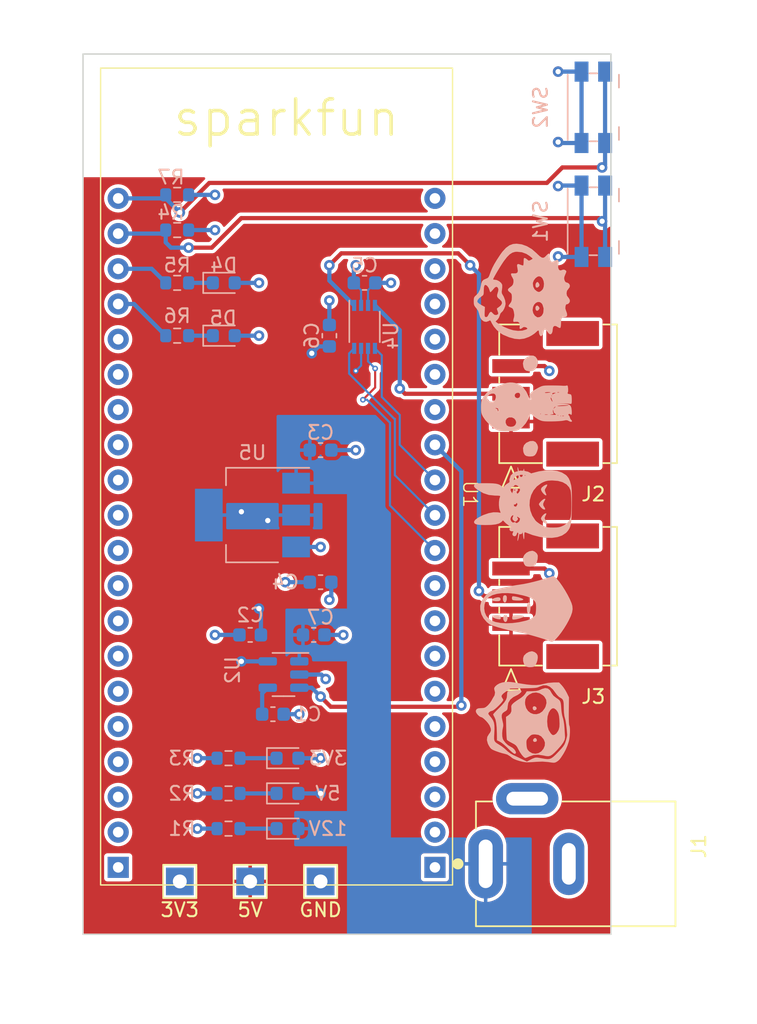
<source format=kicad_pcb>
(kicad_pcb (version 20221018) (generator pcbnew)
  (layers (0 "F.Cu" signal) (1 "In1.Cu" signal) (2 "In2.Cu" signal) (31 "B.Cu" signal) (34 "B.Paste" user) (35 "F.Paste" user) (36 "B.SilkS" user "B.Silkscreen") (37 "F.SilkS" user "F.Silkscreen") (38 "B.Mask" user) (39 "F.Mask" user) (44 "Edge.Cuts" user))
  (net 0 "")
  (net 1 "GND")
  (net 2 "+5V")
  (net 3 "+12V")
  (net 4 "+3V3")
  (net 5 "Net-(D1-K)")
  (net 6 "Net-(D2-K)")
  (net 7 "Net-(D3-K)")
  (net 8 "Net-(D4-K)")
  (net 9 "Net-(D5-K)")
  (net 10 "/LED_ENABLE_5V_1")
  (net 11 "/LED_ENABLE_5V_2")
  (net 12 "/GPIO_BUTTON1")
  (net 13 "/GPIO_LED1")
  (net 14 "/GPIO_LED2")
  (net 15 "/GPIO_BUTTON2")
  (net 16 "/LEVEL_SHIFT_EN")
  (net 17 "/LED_ENABLE_3V3_2")
  (net 18 "/LED_ENABLE_3V3_1")
  (net 19 "/5V_Enable")
  (net 20 "Net-(U2-BYP)")
  (footprint "custom_footprints:ESP32_Thing" (layer "F.Cu") (at 49.53 14.986)
    (fp_text reference "U1" (at 26.67 30.734 -90 unlocked) (layer "F.SilkS") (effects (font (thickness 0.1))))
    (fp_text value "ESP32")
    (fp_text user "sparkfun" (at 5.08 5.08 unlocked) (layer "F.SilkS") (effects (font (size 2.54 2.54) (thickness 0.254)) (justify left bottom)))
    (pad "1" thru_hole rect (at 1.27 57.658) (size 1.524 1.524) (drill 0.762) (layers "*.Cu" "*.Mask") (net 1 "GND"))
    (pad "2" thru_hole circle (at 1.27 55.118) (size 1.524 1.524) (drill 0.762) (layers "*.Cu" "*.Mask"))
    (pad "3" thru_hole circle (at 1.27 52.578) (size 1.524 1.524) (drill 0.762) (layers "*.Cu" "*.Mask"))
    (pad "4" thru_hole circle (at 1.27 50.038) (size 1.524 1.524) (drill 0.762) (layers "*.Cu" "*.Mask") (net 1 "GND"))
    (pad "5" thru_hole circle (at 1.27 47.498) (size 1.524 1.524) (drill 0.762) (layers "*.Cu" "*.Mask") (net 4 "+3V3"))
    (pad "6" thru_hole circle (at 1.27 44.958) (size 1.524 1.524) (drill 0.762) (layers "*.Cu" "*.Mask"))
    (pad "7" thru_hole circle (at 1.27 42.418) (size 1.524 1.524) (drill 0.762) (layers "*.Cu" "*.Mask"))
    (pad "8" thru_hole circle (at 1.27 39.878) (size 1.524 1.524) (drill 0.762) (layers "*.Cu" "*.Mask"))
    (pad "9" thru_hole circle (at 1.27 37.338) (size 1.524 1.524) (drill 0.762) (layers "*.Cu" "*.Mask"))
    (pad "10" thru_hole circle (at 1.27 34.798) (size 1.524 1.524) (drill 0.762) (layers "*.Cu" "*.Mask"))
    (pad "11" thru_hole circle (at 1.27 32.258) (size 1.524 1.524) (drill 0.762) (layers "*.Cu" "*.Mask"))
    (pad "12" thru_hole circle (at 1.27 29.718) (size 1.524 1.524) (drill 0.762) (layers "*.Cu" "*.Mask"))
    (pad "13" thru_hole circle (at 1.27 27.178) (size 1.524 1.524) (drill 0.762) (layers "*.Cu" "*.Mask"))
    (pad "14" thru_hole circle (at 1.27 24.638) (size 1.524 1.524) (drill 0.762) (layers "*.Cu" "*.Mask"))
    (pad "15" thru_hole circle (at 1.27 22.098) (size 1.524 1.524) (drill 0.762) (layers "*.Cu" "*.Mask"))
    (pad "16" thru_hole circle (at 1.27 19.558) (size 1.524 1.524) (drill 0.762) (layers "*.Cu" "*.Mask"))
    (pad "17" thru_hole circle (at 1.27 17.018) (size 1.524 1.524) (drill 0.762) (layers "*.Cu" "*.Mask") (net 14 "/GPIO_LED2"))
    (pad "18" thru_hole circle (at 1.27 14.478) (size 1.524 1.524) (drill 0.762) (layers "*.Cu" "*.Mask") (net 13 "/GPIO_LED1"))
    (pad "19" thru_hole circle (at 1.27 11.938) (size 1.524 1.524) (drill 0.762) (layers "*.Cu" "*.Mask") (net 12 "/GPIO_BUTTON1"))
    (pad "20" thru_hole circle (at 1.27 9.398) (size 1.524 1.524) (drill 0.762) (layers "*.Cu" "*.Mask") (net 15 "/GPIO_BUTTON2"))
    (pad "21" thru_hole rect (at 24.13 57.658 180) (size 1.524 1.524) (drill 0.762) (layers "*.Cu" "*.Mask") (net 1 "GND"))
    (pad "22" thru_hole circle (at 24.13 55.118 180) (size 1.524 1.524) (drill 0.762) (layers "*.Cu" "*.Mask"))
    (pad "23" thru_hole circle (at 24.13 52.578 180) (size 1.524 1.524) (drill 0.762) (layers "*.Cu" "*.Mask"))
    (pad "24" thru_hole circle (at 24.13 50.038 180) (size 1.524 1.524) (drill 0.762) (layers "*.Cu" "*.Mask") (net 1 "GND"))
    (pad "25" thru_hole circle (at 24.13 47.498 180) (size 1.524 1.524) (drill 0.762) (layers "*.Cu" "*.Mask") (net 4 "+3V3"))
    (pad "26" thru_hole circle (at 24.13 44.958 180) (size 1.524 1.524) (drill 0.762) (layers "*.Cu" "*.Mask"))
    (pad "27" thru_hole circle (at 24.13 42.418 180) (size 1.524 1.524) (drill 0.762) (layers "*.Cu" "*.Mask"))
    (pad "28" thru_hole circle (at 24.13 39.878 180) (size 1.524 1.524) (drill 0.762) (layers "*.Cu" "*.Mask"))
    (pad "29" thru_hole circle (at 24.13 37.338 180) (size 1.524 1.524) (drill 0.762) (layers "*.Cu" "*.Mask"))
    (pad "30" thru_hole circle (at 24.13 34.798 180) (size 1.524 1.524) (drill 0.762) (layers "*.Cu" "*.Mask") (net 16 "/LEVEL_SHIFT_EN"))
    (pad "31" thru_hole circle (at 24.13 32.258 180) (size 1.524 1.524) (drill 0.762) (layers "*.Cu" "*.Mask") (net 17 "/LED_ENABLE_3V3_2"))
    (pad "32" thru_hole circle (at 24.13 29.718 180) (size 1.524 1.524) (drill 0.762) (layers "*.Cu" "*.Mask") (net 18 "/LED_ENABLE_3V3_1"))
    (pad "33" thru_hole circle (at 24.13 27.178 180) (size 1.524 1.524) (drill 0.762) (layers "*.Cu" "*.Mask") (net 19 "/5V_Enable"))
    (pad "34" thru_hole circle (at 24.13 24.638 180) (size 1.524 1.524) (drill 0.762) (layers "*.Cu" "*.Mask"))
    (pad "35" thru_hole circle (at 24.13 22.098 180) (size 1.524 1.524) (drill 0.762) (layers "*.Cu" "*.Mask"))
    (pad "36" thru_hole circle (at 24.13 19.558 180) (size 1.524 1.524) (drill 0.762) (layers "*.Cu" "*.Mask"))
    (pad "37" thru_hole circle (at 24.13 17.018 180) (size 1.524 1.524) (drill 0.762) (layers "*.Cu" "*.Mask"))
    (pad "38" thru_hole circle (at 24.13 14.478 180) (size 1.524 1.524) (drill 0.762) (layers "*.Cu" "*.Mask"))
    (pad "39" thru_hole circle (at 24.13 11.938 180) (size 1.524 1.524) (drill 0.762) (layers "*.Cu" "*.Mask"))
    (pad "40" thru_hole circle (at 24.13 9.398 180) (size 1.524 1.524) (drill 0.762) (layers "*.Cu" "*.Mask") (net 1 "GND"))
  )
  (footprint "custom_footprints:CON_5024940370_MOL" (layer "F.Cu") (at 79.150001 55.085999 90)
    (fp_text reference "J3" (at -5.239001 5.939999 unlocked) (layer "F.SilkS"))
    (fp_text value "Conn_01x03_Socket")
    (pad "1" smd rect (at 0 0 90) (size 1 2.7) (layers "F.Cu" "F.Paste" "F.Mask") (net 2 "+5V"))
    (pad "2" smd rect (at 2.000001 0 90) (size 1 2.7) (layers "F.Cu" "F.Paste" "F.Mask") (net 11 "/LED_ENABLE_5V_2"))
    (pad "3" smd rect (at 4 0 90) (size 1 2.7) (layers "F.Cu" "F.Paste" "F.Mask") (net 1 "GND"))
    (pad "4" smd rect (at -2.35 4.450001 90) (size 1.8 3.8) (layers "F.Cu" "F.Paste" "F.Mask"))
    (pad "5" smd rect (at 6.35 4.450001 90) (size 1.8 3.8) (layers "F.Cu" "F.Paste" "F.Mask"))
  )
  (footprint "TestPoint:TestPoint_THTPad_2.0x2.0mm_Drill1.0mm" (layer "F.Cu") (at 60.325 73.66)
    (fp_text reference "TP2")
    (fp_text value "5V" (at 0 2.05) (layer "F.SilkS"))
    (pad "1" thru_hole rect (at 0 0) (size 2 2) (drill 1) (layers "*.Cu" "*.Mask") (net 2 "+5V"))
  )
  (footprint "TestPoint:TestPoint_THTPad_2.0x2.0mm_Drill1.0mm" (layer "F.Cu") (at 65.405 73.66)
    (fp_text reference "TP1")
    (fp_text value "GND" (at 0 2.05) (layer "F.SilkS"))
    (pad "1" thru_hole rect (at 0 0) (size 2 2) (drill 1) (layers "*.Cu" "*.Mask") (net 1 "GND"))
  )
  (footprint "custom_footprints:CON_5024940370_MOL" (layer "F.Cu") (at 79.150001 40.480999 90)
    (fp_text reference "J2" (at -5.239001 5.939999 unlocked) (layer "F.SilkS"))
    (fp_text value "Conn_01x03_Socket")
    (pad "1" smd rect (at 0 0 90) (size 1 2.7) (layers "F.Cu" "F.Paste" "F.Mask") (net 2 "+5V"))
    (pad "2" smd rect (at 2.000001 0 90) (size 1 2.7) (layers "F.Cu" "F.Paste" "F.Mask") (net 10 "/LED_ENABLE_5V_1"))
    (pad "3" smd rect (at 4 0 90) (size 1 2.7) (layers "F.Cu" "F.Paste" "F.Mask") (net 1 "GND"))
    (pad "4" smd rect (at -2.35 4.450001 90) (size 1.8 3.8) (layers "F.Cu" "F.Paste" "F.Mask"))
    (pad "5" smd rect (at 6.35 4.450001 90) (size 1.8 3.8) (layers "F.Cu" "F.Paste" "F.Mask"))
  )
  (footprint "custom_footprints:CUI_PJ-202A" (layer "F.Cu") (at 83.82 72.39)
    (fp_text reference "J1" (at 8.89 -1.27 90) (layer "F.SilkS") (effects (font (size 1.000213 1.000213))))
    (fp_text value "Barrel_Jack_MountingPin")
    (pad "1" thru_hole oval (at -6.5 0) (size 2.5 5) (drill oval 1 3.5) (layers "*.Cu" "*.Mask") (net 3 "+12V"))
    (pad "2" thru_hole oval (at -0.5 0) (size 2.25 4.5) (drill oval 1 3) (layers "*.Cu" "*.Mask") (net 1 "GND"))
    (pad "3" thru_hole oval (at -3.5 -4.7) (size 4.5 2.25) (drill oval 3 1) (layers "*.Cu" "*.Mask"))
  )
  (footprint "TestPoint:TestPoint_THTPad_2.0x2.0mm_Drill1.0mm" (layer "F.Cu") (at 55.245 73.66)
    (fp_text reference "TP3")
    (fp_text value "3V3" (at 0 2.05) (layer "F.SilkS"))
    (pad "1" thru_hole rect (at 0 0) (size 2 2) (drill 1) (layers "*.Cu" "*.Mask") (net 4 "+3V3"))
  )
  (footprint "Capacitor_SMD:C_0603_1608Metric" (layer "B.Cu") (at 66.04 34.29 90)
    (fp_text reference "C6" (at 0 -1.27 90) (layer "B.SilkS") (effects (justify mirror)))
    (fp_text value "0.1uF")
    (pad "1" smd roundrect (at -0.775 0 90) (size 0.9 0.95) (layers "B.Cu" "B.Paste" "B.Mask") (net 2 "+5V"))
    (pad "2" smd roundrect (at 0.775 0 90) (size 0.9 0.95) (layers "B.Cu" "B.Paste" "B.Mask") (net 1 "GND"))
  )
  (footprint "Resistor_SMD:R_0603_1608Metric" (layer "B.Cu") (at 55.055 30.48 180)
    (fp_text reference "R5" (at 0 1.27) (layer "B.SilkS") (effects (justify mirror)))
    (fp_text value "1k")
    (pad "1" smd roundrect (at -0.825 0 180) (size 0.8 0.95) (layers "B.Cu" "B.Paste" "B.Mask") (net 8 "Net-(D4-K)"))
    (pad "2" smd roundrect (at 0.825 0 180) (size 0.8 0.95) (layers "B.Cu" "B.Paste" "B.Mask") (net 13 "/GPIO_LED1"))
  )
  (footprint "Capacitor_SMD:C_0603_1608Metric" (layer "B.Cu") (at 65.405 42.545)
    (fp_text reference "C3" (at 0 -1.27) (layer "B.SilkS") (effects (justify mirror)))
    (fp_text value "0.33uF")
    (pad "1" smd roundrect (at -0.775 0) (size 0.9 0.95) (layers "B.Cu" "B.Paste" "B.Mask") (net 3 "+12V"))
    (pad "2" smd roundrect (at 0.775 0) (size 0.9 0.95) (layers "B.Cu" "B.Paste" "B.Mask") (net 1 "GND"))
  )
  (footprint "Package_SO:VSSOP-8_2.3x2mm_P0.5mm" (layer "B.Cu") (at 68.58 33.655 -90)
    (fp_text reference "U4" (at 0.635 -1.905 90) (layer "B.SilkS") (effects (justify mirror)))
    (fp_text value "TXU0102DCUR")
    (pad "1" smd rect (at -1.55 0.75) (size 0.3 0.8) (layers "B.Cu" "B.Paste" "B.Mask") (net 11 "/LED_ENABLE_5V_2"))
    (pad "2" smd rect (at -1.55 0.25) (size 0.3 0.8) (layers "B.Cu" "B.Paste" "B.Mask") (net 1 "GND"))
    (pad "3" smd rect (at -1.55 -0.25) (size 0.3 0.8) (layers "B.Cu" "B.Paste" "B.Mask") (net 4 "+3V3"))
    (pad "4" smd rect (at -1.55 -0.75) (size 0.3 0.8) (layers "B.Cu" "B.Paste" "B.Mask") (net 10 "/LED_ENABLE_5V_1"))
    (pad "5" smd rect (at 1.55 -0.75) (size 0.3 0.8) (layers "B.Cu" "B.Paste" "B.Mask") (net 18 "/LED_ENABLE_3V3_1"))
    (pad "6" smd rect (at 1.55 -0.25) (size 0.3 0.8) (layers "B.Cu" "B.Paste" "B.Mask") (net 16 "/LEVEL_SHIFT_EN"))
    (pad "7" smd rect (at 1.55 0.25) (size 0.3 0.8) (layers "B.Cu" "B.Paste" "B.Mask") (net 2 "+5V"))
    (pad "8" smd rect (at 1.55 0.75) (size 0.3 0.8) (layers "B.Cu" "B.Paste" "B.Mask") (net 17 "/LED_ENABLE_3V3_2"))
  )
  (footprint "Capacitor_SMD:C_0603_1608Metric" (layer "B.Cu") (at 61.965 61.595)
    (fp_text reference "C1" (at 2.54 0) (layer "B.SilkS") (effects (justify mirror)))
    (fp_text value "470pF")
    (pad "1" smd roundrect (at -0.775 0) (size 0.9 0.95) (layers "B.Cu" "B.Paste" "B.Mask") (net 20 "Net-(U2-BYP)"))
    (pad "2" smd roundrect (at 0.775 0) (size 0.9 0.95) (layers "B.Cu" "B.Paste" "B.Mask") (net 1 "GND"))
  )
  (footprint "LED_SMD:LED_0603_1608Metric" (layer "B.Cu") (at 58.42 34.29)
    (fp_text reference "D5" (at -0.045 -1.27) (layer "B.SilkS") (effects (justify mirror)))
    (fp_text value "GPIO2")
    (pad "1" smd roundrect (at -0.7875 0) (size 0.875 0.95) (layers "B.Cu" "B.Paste" "B.Mask") (net 9 "Net-(D5-K)"))
    (pad "2" smd roundrect (at 0.7875 0) (size 0.875 0.95) (layers "B.Cu" "B.Paste" "B.Mask") (net 4 "+3V3"))
  )
  (footprint "Package_TO_SOT_SMD:SOT-23-5" (layer "B.Cu") (at 62.7325 58.735 180)
    (fp_text reference "U2" (at 3.6775 0.32 270) (layer "B.SilkS") (effects (justify mirror)))
    (fp_text value "MIC5219")
    (pad "1" smd roundrect (at -1.1375 0.95 180) (size 1.325 0.6) (layers "B.Cu" "B.Paste" "B.Mask") (net 3 "+12V"))
    (pad "2" smd roundrect (at -1.1375 0 180) (size 1.325 0.6) (layers "B.Cu" "B.Paste" "B.Mask") (net 1 "GND"))
    (pad "3" smd roundrect (at -1.1375 -0.95 180) (size 1.325 0.6) (layers "B.Cu" "B.Paste" "B.Mask") (net 19 "/5V_Enable"))
    (pad "4" smd roundrect (at 1.1375 -0.95 180) (size 1.325 0.6) (layers "B.Cu" "B.Paste" "B.Mask") (net 20 "Net-(U2-BYP)"))
    (pad "5" smd roundrect (at 1.1375 0.95 180) (size 1.325 0.6) (layers "B.Cu" "B.Paste" "B.Mask") (net 2 "+5V"))
  )
  (footprint "Resistor_SMD:R_0603_1608Metric" (layer "B.Cu") (at 55.055 26.67 180)
    (fp_text reference "R4" (at 0.445 1.27) (layer "B.SilkS") (effects (justify mirror)))
    (fp_text value "1k")
    (pad "1" smd roundrect (at -0.825 0 180) (size 0.8 0.95) (layers "B.Cu" "B.Paste" "B.Mask") (net 4 "+3V3"))
    (pad "2" smd roundrect (at 0.825 0 180) (size 0.8 0.95) (layers "B.Cu" "B.Paste" "B.Mask") (net 12 "/GPIO_BUTTON1"))
  )
  (footprint "custom_footprints:Panasonic_EVQPUK_EVQPUB" (layer "B.Cu") (at 85.09 26.035 90)
    (fp_text reference "SW1" (at 0 -3.81 90) (layer "B.SilkS") (effects (justify mirror)))
    (fp_text value "SW_Push")
    (pad "1" smd rect (at -2.575 0.85 270) (size 1.45 1) (layers "B.Cu" "B.Paste" "B.Mask") (net 12 "/GPIO_BUTTON1"))
    (pad "1" smd rect (at 2.575 0.85 270) (size 1.45 1) (layers "B.Cu" "B.Paste" "B.Mask") (net 12 "/GPIO_BUTTON1"))
    (pad "2" smd rect (at -2.575 -0.85 270) (size 1.45 1) (layers "B.Cu" "B.Paste" "B.Mask") (net 1 "GND"))
    (pad "2" smd rect (at 2.575 -0.85 270) (size 1.45 1) (layers "B.Cu" "B.Paste" "B.Mask") (net 1 "GND"))
  )
  (footprint "LED_SMD:LED_0603_1608Metric" (layer "B.Cu") (at 63.0175 69.85)
    (fp_text reference "D1")
    (fp_text value "12V" (at 2.92 0) (layer "B.SilkS") (effects (justify mirror)))
    (pad "1" smd roundrect (at -0.7875 0) (size 0.875 0.95) (layers "B.Cu" "B.Paste" "B.Mask") (net 5 "Net-(D1-K)"))
    (pad "2" smd roundrect (at 0.7875 0) (size 0.875 0.95) (layers "B.Cu" "B.Paste" "B.Mask") (net 3 "+12V"))
  )
  (footprint "Resistor_SMD:R_0603_1608Metric" (layer "B.Cu") (at 58.7625 67.31 180)
    (fp_text reference "R2" (at 3.365 0) (layer "B.SilkS") (effects (justify mirror)))
    (fp_text value "2k")
    (pad "1" smd roundrect (at -0.825 0 180) (size 0.8 0.95) (layers "B.Cu" "B.Paste" "B.Mask") (net 6 "Net-(D2-K)"))
    (pad "2" smd roundrect (at 0.825 0 180) (size 0.8 0.95) (layers "B.Cu" "B.Paste" "B.Mask") (net 1 "GND"))
  )
  (footprint "Resistor_SMD:R_0603_1608Metric" (layer "B.Cu") (at 58.7625 69.85 180)
    (fp_text reference "R1" (at 3.365 0) (layer "B.SilkS") (effects (justify mirror)))
    (fp_text value "10k")
    (pad "1" smd roundrect (at -0.825 0 180) (size 0.8 0.95) (layers "B.Cu" "B.Paste" "B.Mask") (net 5 "Net-(D1-K)"))
    (pad "2" smd roundrect (at 0.825 0 180) (size 0.8 0.95) (layers "B.Cu" "B.Paste" "B.Mask") (net 1 "GND"))
  )
  (footprint "Capacitor_SMD:C_0603_1608Metric" (layer "B.Cu") (at 64.91 55.875 180)
    (fp_text reference "C7" (at -0.495 1.27) (layer "B.SilkS") (effects (justify mirror)))
    (fp_text value "1uF")
    (pad "1" smd roundrect (at -0.775 0 180) (size 0.9 0.95) (layers "B.Cu" "B.Paste" "B.Mask") (net 1 "GND"))
    (pad "2" smd roundrect (at 0.775 0 180) (size 0.9 0.95) (layers "B.Cu" "B.Paste" "B.Mask") (net 3 "+12V"))
  )
  (footprint "Capacitor_SMD:C_0603_1608Metric" (layer "B.Cu") (at 68.58 30.48 180)
    (fp_text reference "C5" (at 0 1.27) (layer "B.SilkS") (effects (justify mirror)))
    (fp_text value "0.1uF")
    (pad "1" smd roundrect (at -0.775 0 180) (size 0.9 0.95) (layers "B.Cu" "B.Paste" "B.Mask") (net 4 "+3V3"))
    (pad "2" smd roundrect (at 0.775 0 180) (size 0.9 0.95) (layers "B.Cu" "B.Paste" "B.Mask") (net 1 "GND"))
  )
  (footprint "custom_footprints:teehee" (layer "B.Cu") (at 80.01 46.355 -90)
    (fp_text reference "G***" (at 0 0 90) (layer "B.SilkS") (effects (font (size 1.5 1.5) (thickness 0.3)) (justify mirror)))
    (fp_text value "LOGO" hide)
  )
  (footprint "Resistor_SMD:R_0603_1608Metric" (layer "B.Cu") (at 58.7625 64.77 180)
    (fp_text reference "R3" (at 3.365 0) (layer "B.SilkS") (effects (justify mirror)))
    (fp_text value "1k")
    (pad "1" smd roundrect (at -0.825 0 180) (size 0.8 0.95) (layers "B.Cu" "B.Paste" "B.Mask") (net 7 "Net-(D3-K)"))
    (pad "2" smd roundrect (at 0.825 0 180) (size 0.8 0.95) (layers "B.Cu" "B.Paste" "B.Mask") (net 1 "GND"))
  )
  (footprint "Resistor_SMD:R_0603_1608Metric" (layer "B.Cu") (at 55.055 34.29 180)
    (fp_text reference "R6" (at 0 1.43) (layer "B.SilkS") (effects (justify mirror)))
    (fp_text value "1k")
    (pad "1" smd roundrect (at -0.825 0 180) (size 0.8 0.95) (layers "B.Cu" "B.Paste" "B.Mask") (net 9 "Net-(D5-K)"))
    (pad "2" smd roundrect (at 0.825 0 180) (size 0.8 0.95) (layers "B.Cu" "B.Paste" "B.Mask") (net 14 "/GPIO_LED2"))
  )
  (footprint "Capacitor_SMD:C_0603_1608Metric" (layer "B.Cu") (at 65.405 52.07)
    (fp_text reference "C4" (at -2.54 0) (layer "B.SilkS") (effects (justify mirror)))
    (fp_text value "0.1uF")
    (pad "1" smd roundrect (at -0.775 0) (size 0.9 0.95) (layers "B.Cu" "B.Paste" "B.Mask") (net 4 "+3V3"))
    (pad "2" smd roundrect (at 0.775 0) (size 0.9 0.95) (layers "B.Cu" "B.Paste" "B.Mask") (net 1 "GND"))
  )
  (footprint "Package_TO_SOT_SMD:SOT-223" (layer "B.Cu") (at 60.49 47.23 180)
    (fp_text reference "U5" (at 0 4.5) (layer "B.SilkS") (effects (justify mirror)))
    (fp_text value "UA78M05IDCYR")
    (pad "1" smd rect (at -3.15 2.3 180) (size 2 1.5) (layers "B.Cu" "B.Paste" "B.Mask") (net 3 "+12V"))
    (pad "2" smd rect (at -3.15 0 180) (size 2 1.5) (layers "B.Cu" "B.Paste" "B.Mask") (net 1 "GND"))
    (pad "3" smd rect (at -3.15 -2.3 180) (size 2 1.5) (layers "B.Cu" "B.Paste" "B.Mask") (net 4 "+3V3"))
    (pad "4" smd rect (at 3.15 0 180) (size 2 3.8) (layers "B.Cu" "B.Paste" "B.Mask") (net 1 "GND"))
  )
  (footprint "LED_SMD:LED_0603_1608Metric" (layer "B.Cu") (at 58.42 30.48)
    (fp_text reference "D4" (at 0 -1.27) (layer "B.SilkS") (effects (justify mirror)))
    (fp_text value "GPIO1")
    (pad "1" smd roundrect (at -0.7875 0) (size 0.875 0.95) (layers "B.Cu" "B.Paste" "B.Mask") (net 8 "Net-(D4-K)"))
    (pad "2" smd roundrect (at 0.7875 0) (size 0.875 0.95) (layers "B.Cu" "B.Paste" "B.Mask") (net 4 "+3V3"))
  )
  (footprint "LED_SMD:LED_0603_1608Metric" (layer "B.Cu") (at 63.0175 64.77)
    (fp_text reference "D3")
    (fp_text value "3V3" (at 2.92 0) (layer "B.SilkS") (effects (justify mirror)))
    (pad "1" smd roundrect (at -0.7875 0) (size 0.875 0.95) (layers "B.Cu" "B.Paste" "B.Mask") (net 7 "Net-(D3-K)"))
    (pad "2" smd roundrect (at 0.7875 0) (size 0.875 0.95) (layers "B.Cu" "B.Paste" "B.Mask") (net 4 "+3V3"))
  )
  (footprint "Capacitor_SMD:C_0603_1608Metric" (layer "B.Cu") (at 60.325 55.875 180)
    (fp_text reference "C2" (at 0 1.43) (layer "B.SilkS") (effects (justify mirror)))
    (fp_text value "2.2uF")
    (pad "1" smd roundrect (at -0.775 0 180) (size 0.9 0.95) (layers "B.Cu" "B.Paste" "B.Mask") (net 2 "+5V"))
    (pad "2" smd roundrect (at 0.775 0 180) (size 0.9 0.95) (layers "B.Cu" "B.Paste" "B.Mask") (net 1 "GND"))
  )
  (footprint "Resistor_SMD:R_0603_1608Metric" (layer "B.Cu") (at 55.055 24.13 180)
    (fp_text reference "R7" (at 0.445 1.27) (layer "B.SilkS") (effects (justify mirror)))
    (fp_text value "1k")
    (pad "1" smd roundrect (at -0.825 0 180) (size 0.8 0.95) (layers "B.Cu" "B.Paste" "B.Mask") (net 4 "+3V3"))
    (pad "2" smd roundrect (at 0.825 0 180) (size 0.8 0.95) (layers "B.Cu" "B.Paste" "B.Mask") (net 15 "/GPIO_BUTTON2"))
  )
  (footprint "custom_footprints:Panasonic_EVQPUK_EVQPUB" (layer "B.Cu") (at 85.09 17.815 90)
    (fp_text reference "SW2" (at 0 -3.81 90) (layer "B.SilkS") (effects (justify mirror)))
    (fp_text value "SW_Push")
    (pad "1" smd rect (at -2.575 0.85 270) (size 1.45 1) (layers "B.Cu" "B.Paste" "B.Mask") (net 15 "/GPIO_BUTTON2"))
    (pad "1" smd rect (at 2.575 0.85 270) (size 1.45 1) (layers "B.Cu" "B.Paste" "B.Mask") (net 15 "/GPIO_BUTTON2"))
    (pad "2" smd rect (at -2.575 -0.85 270) (size 1.45 1) (layers "B.Cu" "B.Paste" "B.Mask") (net 1 "GND"))
    (pad "2" smd rect (at 2.575 -0.85 270) (size 1.45 1) (layers "B.Cu" "B.Paste" "B.Mask") (net 1 "GND"))
  )
  (footprint "LED_SMD:LED_0603_1608Metric" (layer "B.Cu") (at 63.0175 67.31)
    (fp_text reference "D2")
    (fp_text value "5V" (at 2.92 0) (layer "B.SilkS") (effects (justify mirror)))
    (pad "1" smd roundrect (at -0.7875 0) (size 0.875 0.95) (layers "B.Cu" "B.Paste" "B.Mask") (net 6 "Net-(D2-K)"))
    (pad "2" smd roundrect (at 0.7875 0) (size 0.875 0.95) (layers "B.Cu" "B.Paste" "B.Mask") (net 2 "+5V"))
  )
  (gr_line (start 48.26 13.97) (end 48.26 77.47) (stroke (width 0.1)) (layer "Edge.Cuts"))
  (gr_line (start 48.26 77.47) (end 86.36 77.47) (stroke (width 0.1)) (layer "Edge.Cuts"))
  (gr_line (start 86.36 13.97) (end 48.26 13.97) (stroke (width 0.1)) (layer "Edge.Cuts"))
  (gr_line (start 86.36 77.47) (end 86.36 13.97) (stroke (width 0.1)) (layer "Edge.Cuts"))
  (segment (start 81.565999 51.085999) (end 81.915 51.435) (width 0.3048) (layer "F.Cu") (net 1))
  (segment (start 79.150001 36.480999) (end 81.565999 36.480999) (width 0.3048) (layer "F.Cu") (net 1))
  (segment (start 81.565999 36.480999) (end 81.915 36.83) (width 0.3048) (layer "F.Cu") (net 1))
  (segment (start 79.150001 51.085999) (end 81.565999 51.085999) (width 0.3048) (layer "F.Cu") (net 1))
  (via (at 65.775 59.055) (size 0.762) (drill 0.381) (layers "F.Cu" "B.Cu") (net 1))
  (via (at 82.55 28.575) (size 0.762) (drill 0.381) (layers "F.Cu" "B.Cu") (net 1))
  (via (at 82.55 23.495) (size 0.762) (drill 0.381) (layers "F.Cu" "B.Cu") (net 1))
  (via (at 57.785 55.88) (size 0.762) (drill 0.381) (layers "F.Cu" "B.Cu") (net 1))
  (via (at 82.55 20.32) (size 0.762) (drill 0.381) (layers "F.Cu" "B.Cu") (net 1))
  (via (at 67.045 55.88) (size 0.762) (drill 0.381) (layers "F.Cu" "B.Cu") (net 1))
  (via (at 66.04 53.34) (size 0.762) (drill 0.381) (layers "F.Cu" "B.Cu") (net 1))
  (via (at 67.945 29.21) (size 0.762) (drill 0.381) (layers "F.Cu" "B.Cu") (net 1))
  (via (at 66.04 31.75) (size 0.762) (drill 0.381) (layers "F.Cu" "B.Cu") (net 1))
  (via (at 81.915 51.435) (size 0.762) (drill 0.381) (layers "F.Cu" "B.Cu") (net 1))
  (via (at 61.595 47.625) (size 0.762) (drill 0.381) (layers "F.Cu" "B.Cu") (net 1))
  (via (at 63.87 61.595) (size 0.762) (drill 0.381) (layers "F.Cu" "B.Cu") (net 1))
  (via (at 81.915 36.83) (size 0.762) (drill 0.381) (layers "F.Cu" "B.Cu") (net 1))
  (via (at 56.515 69.85) (size 0.762) (drill 0.381) (layers "F.Cu" "B.Cu") (net 1))
  (via (at 59.69 46.99) (size 0.762) (drill 0.381) (layers "F.Cu" "B.Cu") (net 1))
  (via (at 56.515 67.31) (size 0.762) (drill 0.381) (layers "F.Cu" "B.Cu") (net 1))
  (via (at 67.945 42.545) (size 0.762) (drill 0.381) (layers "F.Cu" "B.Cu") (net 1))
  (via (at 56.515 64.77) (size 0.762) (drill 0.381) (layers "F.Cu" "B.Cu") (net 1))
  (via (at 82.55 15.24) (size 0.762) (drill 0.381) (layers "F.Cu" "B.Cu") (net 1))
  (segment (start 66.04 33.515) (end 66.04 31.75) (width 0.3048) (layer "B.Cu") (net 1))
  (segment (start 84.24 23.46) (end 82.585 23.46) (width 0.3048) (layer "B.Cu") (net 1))
  (segment (start 68.33 31.005) (end 68.33 32.105) (width 0.1524) (layer "B.Cu") (net 1))
  (segment (start 84.24 23.46) (end 84.24 28.61) (width 0.3048) (layer "B.Cu") (net 1))
  (segment (start 57.9375 64.77) (end 56.515 64.77) (width 0.3048) (layer "B.Cu") (net 1))
  (segment (start 57.9375 67.31) (end 56.515 67.31) (width 0.3048) (layer "B.Cu") (net 1))
  (segment (start 66.18 53.2) (end 66.04 53.34) (width 0.3048) (layer "B.Cu") (net 1))
  (segment (start 63.87 58.735) (end 65.455 58.735) (width 0.3048) (layer "B.Cu") (net 1))
  (segment (start 62.74 61.595) (end 63.87 61.595) (width 0.3048) (layer "B.Cu") (net 1))
  (segment (start 57.9375 69.85) (end 56.515 69.85) (width 0.3048) (layer "B.Cu") (net 1))
  (segment (start 67.805 30.48) (end 67.805 29.35) (width 0.3048) (layer "B.Cu") (net 1))
  (segment (start 66.18 42.545) (end 67.945 42.545) (width 0.3048) (layer "B.Cu") (net 1))
  (segment (start 84.24 20.39) (end 82.62 20.39) (width 0.3048) (layer "B.Cu") (net 1))
  (segment (start 84.24 15.24) (end 82.55 15.24) (width 0.3048) (layer "B.Cu") (net 1))
  (segment (start 84.24 28.61) (end 82.585 28.61) (width 0.3048) (layer "B.Cu") (net 1))
  (segment (start 67.04 55.875) (end 67.045 55.88) (width 0.3048) (layer "B.Cu") (net 1))
  (segment (start 57.79 55.875) (end 57.785 55.88) (width 0.3048) (layer "B.Cu") (net 1))
  (segment (start 67.805 29.35) (end 67.945 29.21) (width 0.3048) (layer "B.Cu") (net 1))
  (segment (start 84.24 15.24) (end 84.24 20.39) (width 0.3048) (layer "B.Cu") (net 1))
  (segment (start 59.55 55.875) (end 57.79 55.875) (width 0.3048) (layer "B.Cu") (net 1))
  (segment (start 65.455 58.735) (end 65.775 59.055) (width 0.3048) (layer "B.Cu") (net 1))
  (segment (start 67.805 30.48) (end 68.33 31.005) (width 0.1524) (layer "B.Cu") (net 1))
  (segment (start 66.18 52.07) (end 66.18 53.2) (width 0.3048) (layer "B.Cu") (net 1))
  (segment (start 82.585 23.46) (end 82.55 23.495) (width 0.3048) (layer "B.Cu") (net 1))
  (segment (start 82.62 20.39) (end 82.55 20.32) (width 0.3048) (layer "B.Cu") (net 1))
  (segment (start 82.585 28.61) (end 82.55 28.575) (width 0.3048) (layer "B.Cu") (net 1))
  (segment (start 65.685 55.875) (end 67.04 55.875) (width 0.3048) (layer "B.Cu") (net 1))
  (via (at 65.405 67.31) (size 0.762) (drill 0.381) (layers "F.Cu" "B.Cu") (net 2))
  (via (at 67.945 36.83) (size 0.4064) (drill 0.2032) (layers "F.Cu" "B.Cu") (net 2))
  (via (at 64.77 35.56) (size 0.762) (drill 0.381) (layers "F.Cu" "B.Cu") (net 2))
  (via (at 59.69 57.785) (size 0.762) (drill 0.381) (layers "F.Cu" "B.Cu") (net 2))
  (via (at 60.96 53.975) (size 0.762) (drill 0.381) (layers "F.Cu" "B.Cu") (net 2))
  (segment (start 68.33 36.445) (end 67.945 36.83) (width 0.1524) (layer "B.Cu") (net 2))
  (segment (start 61.1 55.875) (end 61.1 54.115) (width 0.3048) (layer "B.Cu") (net 2))
  (segment (start 61.1 54.115) (end 60.96 53.975) (width 0.3048) (layer "B.Cu") (net 2))
  (segment (start 65.265 35.065) (end 64.77 35.56) (width 0.3048) (layer "B.Cu") (net 2))
  (segment (start 66.04 35.065) (end 65.265 35.065) (width 0.3048) (layer "B.Cu") (net 2))
  (segment (start 68.33 35.205) (end 68.33 36.445) (width 0.1524) (layer "B.Cu") (net 2))
  (segment (start 61.595 57.785) (end 59.69 57.785) (width 0.3048) (layer "B.Cu") (net 2))
  (segment (start 63.805 67.31) (end 65.405 67.31) (width 0.3048) (layer "B.Cu") (net 2))
  (via (at 57.785 26.67) (size 0.762) (drill 0.381) (layers "F.Cu" "B.Cu") (net 4))
  (via (at 60.96 30.48) (size 0.762) (drill 0.381) (layers "F.Cu" "B.Cu") (net 4))
  (via (at 70.485 30.48) (size 0.762) (drill 0.381) (layers "F.Cu" "B.Cu") (net 4))
  (via (at 57.785 24.13) (size 0.762) (drill 0.381) (layers "F.Cu" "B.Cu") (net 4))
  (via (at 60.96 34.29) (size 0.762) (drill 0.381) (layers "F.Cu" "B.Cu") (net 4))
  (via (at 65.405 64.77) (size 0.762) (drill 0.381) (layers "F.Cu" "B.Cu") (net 4))
  (via (at 65.405 49.53) (size 0.762) (drill 0.381) (layers "F.Cu" "B.Cu") (net 4))
  (via (at 62.865 52.07) (size 0.762) (drill 0.381) (layers "F.Cu" "B.Cu") (net 4))
  (segment (start 68.83 31.005) (end 68.83 32.105) (width 0.1524) (layer "B.Cu") (net 4))
  (segment (start 69.355 30.48) (end 70.485 30.48) (width 0.3048) (layer "B.Cu") (net 4))
  (segment (start 59.2075 34.29) (end 60.96 34.29) (width 0.3048) (layer "B.Cu") (net 4))
  (segment (start 69.355 30.48) (end 68.83 31.005) (width 0.1524) (layer "B.Cu") (net 4))
  (segment (start 55.88 24.13) (end 57.785 24.13) (width 0.3048) (layer "B.Cu") (net 4))
  (segment (start 64.63 52.07) (end 62.865 52.07) (width 0.3048) (layer "B.Cu") (net 4))
  (segment (start 63.64 49.53) (end 65.405 49.53) (width 0.3048) (layer "B.Cu") (net 4))
  (segment (start 63.805 64.77) (end 65.405 64.77) (width 0.3048) (layer "B.Cu") (net 4))
  (segment (start 59.2075 30.48) (end 60.96 30.48) (width 0.3048) (layer "B.Cu") (net 4))
  (segment (start 55.88 26.67) (end 57.785 26.67) (width 0.3048) (layer "B.Cu") (net 4))
  (segment (start 59.5875 69.85) (end 62.23 69.85) (width 0.3048) (layer "B.Cu") (net 5))
  (segment (start 59.5875 67.31) (end 62.23 67.31) (width 0.3048) (layer "B.Cu") (net 6))
  (segment (start 59.5875 64.77) (end 62.23 64.77) (width 0.3048) (layer "B.Cu") (net 7))
  (segment (start 55.88 30.48) (end 57.6325 30.48) (width 0.3048) (layer "B.Cu") (net 8))
  (segment (start 55.88 34.29) (end 57.6325 34.29) (width 0.3048) (layer "B.Cu") (net 9))
  (segment (start 79.150001 38.480998) (end 71.500998 38.480998) (width 0.3048) (layer "F.Cu") (net 10))
  (segment (start 71.500998 38.480998) (end 71.12 38.1) (width 0.3048) (layer "F.Cu") (net 10))
  (via (at 71.12 38.1) (size 0.762) (drill 0.381) (layers "F.Cu" "B.Cu") (net 10))
  (segment (start 71.12 33.8926) (end 69.3324 32.105) (width 0.3048) (layer "B.Cu") (net 10))
  (segment (start 71.12 38.1) (end 71.12 33.8926) (width 0.3048) (layer "B.Cu") (net 10))
  (segment (start 75.3396 28.3496) (end 66.9004 28.3496) (width 0.3048) (layer "F.Cu") (net 11))
  (segment (start 66.9004 28.3496) (end 66.04 29.21) (width 0.3048) (layer "F.Cu") (net 11))
  (segment (start 76.2 29.21) (end 75.3396 28.3496) (width 0.3048) (layer "F.Cu") (net 11))
  (segment (start 77.215998 53.085998) (end 76.835 52.705) (width 0.3048) (layer "F.Cu") (net 11))
  (segment (start 79.150001 53.085998) (end 77.215998 53.085998) (width 0.3048) (layer "F.Cu") (net 11))
  (via (at 76.2 29.21) (size 0.762) (drill 0.381) (layers "F.Cu" "B.Cu") (net 11))
  (via (at 76.835 52.705) (size 0.762) (drill 0.381) (layers "F.Cu" "B.Cu") (net 11))
  (via (at 66.04 29.21) (size 0.762) (drill 0.381) (layers "F.Cu" "B.Cu") (net 11))
  (segment (start 66.04 29.21) (end 66.04 30.3174) (width 0.3048) (layer "B.Cu") (net 11))
  (segment (start 76.835 52.705) (end 76.835 29.845) (width 0.3048) (layer "B.Cu") (net 11))
  (segment (start 76.835 29.845) (end 76.2 29.21) (width 0.3048) (layer "B.Cu") (net 11))
  (segment (start 66.04 30.3174) (end 67.8276 32.105) (width 0.3048) (layer "B.Cu") (net 11))
  (segment (start 55.88 27.94) (end 55.9784 28.0384) (width 0.3048) (layer "F.Cu") (net 12))
  (segment (start 85.4996 25.8096) (end 59.682585 25.8096) (width 0.3048) (layer "F.Cu") (net 12))
  (segment (start 85.725 26.035) (end 85.4996 25.8096) (width 0.3048) (layer "F.Cu") (net 12))
  (segment (start 59.682585 25.8096) (end 57.552185 27.94) (width 0.3048) (layer "F.Cu") (net 12))
  (segment (start 57.552185 27.94) (end 55.88 27.94) (width 0.3048) (layer "F.Cu") (net 12))
  (via (at 55.88 27.94) (size 0.762) (drill 0.381) (layers "F.Cu" "B.Cu") (net 12))
  (via (at 85.725 26.035) (size 0.762) (drill 0.381) (layers "F.Cu" "B.Cu") (net 12))
  (segment (start 54.61 27.94) (end 54.23 27.56) (width 0.3048) (layer "B.Cu") (net 12))
  (segment (start 85.94 26.25) (end 85.725 26.035) (width 0.3048) (layer "B.Cu") (net 12))
  (segment (start 85.94 23.46) (end 85.94 25.82) (width 0.3048) (layer "B.Cu") (net 12))
  (segment (start 53.976 26.924) (end 50.8 26.924) (width 0.3048) (layer "B.Cu") (net 12))
  (segment (start 54.23 26.67) (end 53.976 26.924) (width 0.3048) (layer "B.Cu") (net 12))
  (segment (start 85.94 25.82) (end 85.725 26.035) (width 0.3048) (layer "B.Cu") (net 12))
  (segment (start 85.94 28.61) (end 85.94 26.25) (width 0.3048) (layer "B.Cu") (net 12))
  (segment (start 55.88 27.94) (end 54.61 27.94) (width 0.3048) (layer "B.Cu") (net 12))
  (segment (start 54.23 27.56) (end 54.23 26.67) (width 0.3048) (layer "B.Cu") (net 12))
  (segment (start 53.214 29.464) (end 54.23 30.48) (width 0.3048) (layer "B.Cu") (net 13))
  (segment (start 50.8 29.464) (end 53.214 29.464) (width 0.3048) (layer "B.Cu") (net 13))
  (segment (start 50.8 32.004) (end 51.944 32.004) (width 0.3048) (layer "B.Cu") (net 14))
  (segment (start 51.944 32.004) (end 54.23 34.29) (width 0.3048) (layer "B.Cu") (net 14))
  (segment (start 57.3754 23.2696) (end 81.738215 23.2696) (width 0.3048) (layer "F.Cu") (net 15))
  (segment (start 82.853317 22.154498) (end 85.725 22.154498) (width 0.3048) (layer "F.Cu") (net 15))
  (segment (start 81.738215 23.2696) (end 82.853317 22.154498) (width 0.3048) (layer "F.Cu") (net 15))
  (segment (start 55.245 25.4) (end 57.3754 23.2696) (width 0.3048) (layer "F.Cu") (net 15))
  (via (at 85.725 22.154498) (size 0.762) (drill 0.381) (layers "F.Cu" "B.Cu") (net 15))
  (via (at 55.245 25.4) (size 0.762) (drill 0.381) (layers "F.Cu" "B.Cu") (net 15))
  (segment (start 85.94 15.24) (end 85.94 20.39) (width 0.3048) (layer "B.Cu") (net 15))
  (segment (start 85.94 21.939498) (end 85.725 22.154498) (width 0.3048) (layer "B.Cu") (net 15))
  (segment (start 54.23 24.385) (end 55.245 25.4) (width 0.3048) (layer "B.Cu") (net 15))
  (segment (start 54.23 24.13) (end 53.976 24.384) (width 0.3048) (layer "B.Cu") (net 15))
  (segment (start 54.23 24.13) (end 54.23 24.385) (width 0.3048) (layer "B.Cu") (net 15))
  (segment (start 85.94 20.39) (end 85.94 21.939498) (width 0.3048) (layer "B.Cu") (net 15))
  (segment (start 53.976 24.384) (end 50.8 24.384) (width 0.3048) (layer "B.Cu") (net 15))
  (segment (start 69.344357 36.656945) (end 69.344357 38.02846) (width 0.1524) (layer "F.Cu") (net 16))
  (segment (start 69.344357 38.02846) (end 68.462387 38.91043) (width 0.1524) (layer "F.Cu") (net 16))
  (via (at 69.344357 36.656945) (size 0.4064) (drill 0.2032) (layers "F.Cu" "B.Cu") (net 16))
  (via (at 68.462387 38.91043) (size 0.4064) (drill 0.2032) (layers "F.Cu" "B.Cu") (net 16))
  (segment (start 68.75543 38.91043) (end 70.4152 40.5702) (width 0.1524) (layer "B.Cu") (net 16))
  (segment (start 68.462387 38.91043) (end 68.75543 38.91043) (width 0.1524) (layer "B.Cu") (net 16))
  (segment (start 70.4152 46.5392) (end 73.66 49.784) (width 0.1524) (layer "B.Cu") (net 16))
  (segment (start 68.83 36.142588) (end 69.344357 36.656945) (width 0.1524) (layer "B.Cu") (net 16))
  (segment (start 70.4152 40.5702) (end 70.4152 46.5392) (width 0.1524) (layer "B.Cu") (net 16))
  (segment (start 68.83 35.205) (end 68.83 36.142588) (width 0.1524) (layer "B.Cu") (net 16))
  (segment (start 70.7676 40.2876) (end 70.7676 44.3516) (width 0.1524) (layer "B.Cu") (net 17))
  (segment (start 67.83 35.205) (end 67.4656 35.5694) (width 0.1524) (layer "B.Cu") (net 17))
  (segment (start 67.4656 35.5694) (end 67.4656 37.028574) (width 0.1524) (layer "B.Cu") (net 17))
  (segment (start 70.7676 40.2876) (end 70.724626 40.2876) (width 0.1524) (layer "B.Cu") (net 17))
  (segment (start 70.7676 44.3516) (end 73.66 47.244) (width 0.1524) (layer "B.Cu") (net 17))
  (segment (start 70.724626 40.2876) (end 67.4656 37.028574) (width 0.1524) (layer "B.Cu") (net 17))
  (segment (start 71.12 40.005) (end 71.12 42.164) (width 0.1524) (layer "B.Cu") (net 18))
  (segment (start 69.823757 35.698757) (end 69.823757 38.708757) (width 0.1524) (layer "B.Cu") (net 18))
  (segment (start 71.12 42.164) (end 73.66 44.704) (width 0.1524) (layer "B.Cu") (net 18))
  (segment (start 69.823757 38.708757) (end 71.12 40.005) (width 0.1524) (layer "B.Cu") (net 18))
  (segment (start 69.33 35.205) (end 69.823757 35.698757) (width 0.1524) (layer "B.Cu") (net 18))
  (segment (start 75.4666 61.0584) (end 75.565 60.96) (width 0.3048) (layer "F.Cu") (net 19))
  (segment (start 65.405 60.325) (end 66.1384 61.0584) (width 0.3048) (layer "F.Cu") (net 19))
  (segment (start 66.1384 61.0584) (end 75.4666 61.0584) (width 0.3048) (layer "F.Cu") (net 19))
  (via (at 65.405 60.325) (size 0.762) (drill 0.381) (layers "F.Cu" "B.Cu") (net 19))
  (via (at 75.565 60.96) (size 0.762) (drill 0.381) (layers "F.Cu" "B.Cu") (net 19))
  (segment (start 64.765 59.685) (end 65.405 60.325) (width 0.3048) (layer "B.Cu") (net 19))
  (segment (start 63.87 59.685) (end 64.765 59.685) (width 0.3048) (layer "B.Cu") (net 19))
  (segment (start 75.565 44.069) (end 73.66 42.164) (width 0.3048) (layer "B.Cu") (net 19))
  (segment (start 75.565 60.96) (end 75.565 44.069) (width 0.3048) (layer "B.Cu") (net 19))
  (segment (start 61.19 61.595) (end 61.19 60.09) (width 0.3048) (layer "B.Cu") (net 20))
  (segment (start 61.19 60.09) (end 61.595 59.685) (width 0.3048) (layer "B.Cu") (net 20))
  (zone (net 2) (net_name "+5V") (layer "F.Cu") (priority 4) (connect_pads (clearance 0.254)) (min_thickness 0.1778) (fill yes (thermal_gap 0.254) (thermal_bridge_width 0.254))
    (polygon (pts (xy 46.99 22.86) (xy 46.99 80.01) (xy 87.63 80.01) (xy 87.63 22.86)))
  )
  (zone (net 0) (net_name "") (layers "F.Cu" "In1.Cu" "In2.Cu" "B.Cu") (connect_pads (clearance 0)) (min_thickness 0.1778)
    (keepout (tracks not_allowed) (vias not_allowed) (pads not_allowed) (copperpour not_allowed) (footprints allowed))
    (fill (thermal_gap 0.254) (thermal_bridge_width 0.254))
    (polygon (pts (xy 46.99 12.7) (xy 46.99 22.86) (xy 75.565 22.86) (xy 75.565 12.7)))
  )
  (zone (net 3) (net_name "+12V") (layer "B.Cu") (priority 3) (connect_pads (clearance 0.254)) (min_thickness 0.1778) (fill yes (thermal_gap 0.254) (thermal_bridge_width 0.254))
    (polygon (pts (xy 62.23 40.005) (xy 62.23 45.72) (xy 67.31 45.72) (xy 67.31 53.975) (xy 62.865 53.975) (xy 62.865 57.785) (xy 67.31 57.785) (xy 67.31 68.58) (xy 63.5 68.58) (xy 63.5 71.12) (xy 67.31 71.12) (xy 67.31 80.01) (xy 80.645 80.01) (xy 80.645 70.485) (xy 70.485 70.485) (xy 70.485 40.005)))
  )
  (zone (net 1) (net_name "GND") (layer "B.Cu") (priority 2) (connect_pads (clearance 0.254)) (min_thickness 0.1778) (fill yes (thermal_gap 0.254) (thermal_bridge_width 0.254))
    (polygon (pts (xy 65.545 46.355) (xy 56.02 46.355) (xy 56.02 48.26) (xy 65.545 48.26)))
  )
)
</source>
